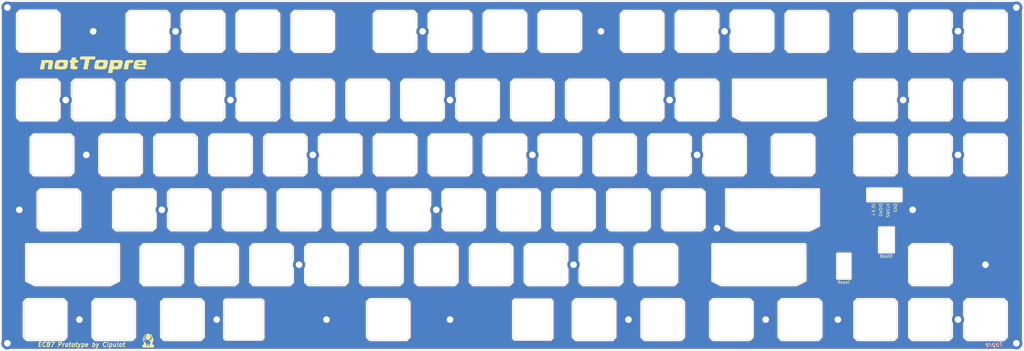
<source format=kicad_pcb>
(kicad_pcb (version 20211014) (generator pcbnew)
  (title_block (title "EC87") (date "2022-03-30") (rev "1") (company "Cipulot's PCB Design") (comment 2 "Cipulot"))
  (layers (0 "F.Cu" signal) (31 "B.Cu" signal) (34 "B.Paste" user) (35 "F.Paste" user) (36 "B.SilkS" user "B.Silkscreen") (37 "F.SilkS" user "F.Silkscreen") (38 "B.Mask" user) (39 "F.Mask" user) (44 "Edge.Cuts" user))
  (net 0 "")
  (net 1 "GND")
  (footprint "cipulot_parts:plate_cut_ecs_pad" (layer "F.Cu") (at 276.83 117.55 180))
  (footprint "cipulot_parts:plate_cut_ecs_pad" (layer "F.Cu") (at 267.33 136.55))
  (footprint "cipulot_parts:plate_cut_ecs_pad" (layer "F.Cu") (at 105.83 117.55 180))
  (footprint "" (layer "F.Cu") (at 351.45 155.5575))
  (footprint "cipulot_parts:plate_cut_ecs_pad" (layer "F.Cu") (at 276.83 93.8))
  (footprint "" (layer "F.Cu") (at 267.33 117.55))
  (footprint "cipulot_parts:plate_cut_ecs_pad" (layer "F.Cu") (at 167.58 174.55))
  (footprint "cipulot_parts:plate_cut_ecs_pad" (layer "F.Cu") (at 200.83 117.55 180))
  (footprint "cipulot_parts:plate_cut_ecs_pad" (layer "F.Cu") (at 264.955 193.55 180))
  (footprint "cipulot_parts:plate_cut_ecs_pad" (layer "F.Cu") (at 172.33 93.8))
  (footprint "cipulot_parts:plate_cut_ecs_pad" (layer "F.Cu") (at 91.58 174.55))
  (footprint "cipulot_parts:plate_cut_ecs_pad" (layer "F.Cu") (at 101.08 155.55))
  (footprint "cipulot_parts:plate_cut_ecs_pad" (layer "F.Cu") (at 148.58 174.55))
  (footprint "cipulot_parts:plate_cut_ecs_pad" (layer "F.Cu") (at 129.58 174.55))
  (footprint "" (layer "F.Cu") (at 276.83 136.55))
  (footprint "cipulot_parts:plate_cut_ecs_pad" (layer "F.Cu") (at 48.83 93.7375))
  (footprint "cipulot_parts:plate_cut_wide_ecs_pad" (layer "F.Cu") (at 60.705 174.55))
  (footprint "cipulot_parts:plate_cut_ecs_pad" (layer "F.Cu") (at 310.08 136.55 180))
  (footprint "kbd:M2_Hole_TH" (layer "F.Cu") (at 63.08 193.55))
  (footprint "cipulot_parts:plate_cut_ecs_pad" (layer "F.Cu") (at 357.6425 193.55 180))
  (footprint "LOGO" (layer "F.Cu") (at 67.83 105.33))
  (footprint "kbd:M2_Hole_TH" (layer "F.Cu") (at 58.33 117.55))
  (footprint "" (layer "F.Cu") (at 186.58 155.55))
  (footprint "cipulot_parts:plate_cut_ecs_pad" (layer "F.Cu") (at 357.6425 93.7375))
  (footprint "cipulot_parts:plate_cut_ecs_pad" (layer "F.Cu") (at 257.83 117.55 180))
  (footprint "cipulot_parts:plate_cut_ecs_pad" (layer "F.Cu") (at 257.83 93.8))
  (footprint "cipulot_parts:plate_cut_ecs_pad" (layer "F.Cu") (at 177.08 155.55))
  (footprint "cipulot_parts:plate_cut_ecs_pad" (layer "F.Cu") (at 314.83 93.8))
  (footprint "cipulot_parts:plate_cut_ecs_pad" (layer "F.Cu") (at 253.08 155.55))
  (footprint "cipulot_parts:plate_cut_ecs_pad" (layer "F.Cu") (at 272.08 155.55))
  (footprint "cipulot_parts:plate_cut_ecs_pad" (layer "F.Cu") (at 124.83 117.55 180))
  (footprint "cipulot_parts:plate_cut_ecs_pad" (layer "F.Cu") (at 238.83 117.55 180))
  (footprint "" (layer "F.Cu") (at 286.33 93.8))
  (footprint "cipulot_parts:plate_cut_ecs_pad" (layer "F.Cu") (at 229.33 136.55))
  (footprint "kbd:M2_Hole_TH" (layer "F.Cu") (at 110.58 193.55))
  (footprint "cipulot_parts:plate_cut_ecs_pad" (layer "F.Cu") (at 219.83 117.55 180))
  (footprint "cipulot_parts:plate_cut_space_stab_ecs_pad" (layer "F.Cu") (at 169.955 193.55))
  (footprint "kbd:M2_Hole_TH" (layer "F.Cu") (at 191.33 193.55))
  (footprint "cipulot_parts:plate_cut_ecs_pad" (layer "F.Cu") (at 286.33 136.55))
  (footprint "cipulot_parts:plate_cut_ecs_pad" (layer "F.Cu") (at 243.58 174.55))
  (footprint "cipulot_parts:plate_cut_wide_ecs_pad" (layer "F.Cu") (at 298.205 174.55))
  (footprint "cipulot_parts:plate_cut_ecs_pad" (layer "F.Cu") (at 196.08 155.55))
  (footprint "cipulot_parts:plate_cut_ecs_pad" (layer "F.Cu") (at 53.58 136.55))
  (footprint "cipulot_parts:plate_cut_ecs_pad" (layer "F.Cu") (at 210.33 136.55))
  (footprint "cipulot_parts:plate_cut_ecs_pad" (layer "F.Cu") (at 186.58 174.55))
  (footprint "" (layer "F.Cu") (at 219.83 136.55))
  (footprint "kbd:M2_Hole_TH" (layer "F.Cu") (at 65.455 136.55))
  (footprint "cipulot_parts:plate_cut_ecs_pad" (layer "F.Cu") (at 312.455 193.55))
  (footprint "" (layer "F.Cu") (at 367.1425 136.55))
  (footprint "cipulot_parts:plate_cut_ecs_pad" (layer "F.Cu") (at 181.83 117.55 180))
  (footprint "cipulot_parts:plate_cut_ecs_pad" (layer "F.Cu") (at 248.33 136.55))
  (footprint "" (layer "F.Cu") (at 115.33 117.55))
  (footprint "cipulot_parts:plate_cut_ecs_pad" (layer "F.Cu") (at 124.83 93.7375))
  (footprint "cipulot_parts:plate_cut_ecs_pad" (layer "F.Cu") (at 143.83 117.55 180))
  (footprint "cipulot_parts:plate_cut_ecs_pad" (layer "F.Cu") (at 134.33 136.55))
  (footprint "cipulot_parts:plate_cut_ecs_pad" (layer "F.Cu") (at 357.6425 117.55 180))
  (footprint "cipulot_parts:plate_cut_ecs_pad" (layer "F.Cu") (at 55.955 155.55))
  (footprint "" (layer "F.Cu") (at 42.26 155.5575))
  (footprint "cipulot_parts:plate_cut_ecs_pad" (layer "F.Cu") (at 172.33 136.55))
  (footprint "" (layer "F.Cu") (at 325.54875 193.55))
  (footprint "cipulot_parts:plate_cut_ecs_pad" (layer "F.Cu") (at 120.08 155.55))
  (footprint "" (layer "F.Cu") (at 234.08 174.55))
  (footprint "cipulot_parts:plate_cut_wide_ecs_pad" (layer "F.Cu") (at 305.33 117.55))
  (footprint "" (layer "F.Cu") (at 387.33 85.5475))
  (footprint "" (layer "F.Cu") (at 38.14 85.5475))
  (footprint "kbd:M2_Hole_TH" (layer "F.Cu") (at 243.58 93.8))
  (footprint "cipulot_parts:plate_cut_ecs_pad" (layer "F.Cu") (at 82.08 155.55))
  (footprint "cipulot_parts:plate_cut_ecs_pad" (layer "F.Cu") (at 191.33 93.8))
  (footprint "cipulot_parts:plate_cut_ecs_pad" (layer "F.Cu") (at 86.83 93.8))
  (footprint "cipulot_parts:plate_cut_ecs_pad" (layer "F.Cu") (at 51.205 193.55))
  (footprint "cipulot_parts:plate_cut_ecs_pad" (layer "F.Cu") (at 96.33 136.55))
  (footprint "cipulot_parts:plate_cut_ecs_pad" (layer "F.Cu") (at 105.83 93.8))
  (footprint "" (layer "F.Cu") (at 348.1425 117.55))
  (footprint "cipulot_parts:plate_cut_ecs_pad" (layer "F.Cu") (at 234.08 155.55))
  (footprint "cipulot_parts:plate_cut_ecs_pad" (layer "F.Cu") (at 98.705 193.55 180))
  (footprint "cipulot_parts:plate_cut_ecs_pad" (layer "F.Cu") (at 86.83 117.55 180))
  (footprint "" (layer "F.Cu") (at 367.1425 193.55))
  (footprint "cipulot_parts:plate_cut_ecs_pad" (layer "F.Cu") (at 229.33 93.8))
  (footprint "cipulot_parts:plate_cut_ecs_pad" (layer "F.Cu") (at 110.58 174.55))
  (footprint "" (layer "F.Cu") (at 96.33 93.8))
  (footprint "cipulot_parts:plate_cut_ecs_pad" (layer "F.Cu") (at 115.33 136.55))
  (footprint "cipulot_parts:plate_cut_ecs_pad" (layer "F.Cu") (at 338.6425 193.55 180))
  (footprint "cipulot_parts:plate_cut_ecs_pad" (layer "F.Cu") (at 295.83 93.7375))
  (footprint "cipulot_parts:plate_cut_ecs_pad" (layer "F.Cu") (at 153.33 136.55))
  (footprint "cipulot_parts:plate_cut_ecs_pad" (layer "F.Cu") (at 48.83 117.55))
  (footprint "cipulot_parts:plate_cut_ecs_pad" (layer "F.Cu") (at 162.83 117.55 180))
  (footprint "cipulot_parts:plate_cut_ecs_pad" (layer "F.Cu") (at 143.83 93.8))
  (footprint "cipulot_parts:plate_cut_ecs_pad" (layer "F.Cu") (at 376.6425 93.7375))
  (footprint "cipulot_parts:plate_cut_ecs_pad" (layer "F.Cu") (at 77.33 136.55))
  (footprint "" (layer "F.Cu") (at 38.14 201.7375))
  (footprint "cipulot_parts:plate_cut_ecs_pad" (layer "F.Cu") (at 357.6425 136.55))
  (footprint "cipulot_parts:plate_cut_ecs_pad" (layer "F.Cu") (at 338.6425 136.55 180))
  (footprint "cipulot_parts:plate_cut_wide_ecs_pad" (layer "F.Cu") (at 302.955 155.55))
  (footprint "cipulot_parts:plate_cut_ecs_pad" (layer "F.Cu") (at 158.08 155.55))
  (footprint "cipulot_parts:plate_cut_ecs_pad" (layer "F.Cu") (at 262.58 174.55))
  (footprint "" (layer "F.Cu") (at 253.08 193.55))
  (footprint "cipulot_parts:plate_cut_ecs_pad" (layer "F.Cu") (at 67.83 117.55 180))
  (footprint "" (layer "F.Cu") (at 91.58 155.55))
  (footprint "kbd:M2_Hole_TH" (layer "F.Cu") (at 148.58 193.55))
  (footprint "cipulot_parts:plate_cut_ecs_pad" (layer "F.Cu") (at 357.6425 174.55))
  (footprint "" (layer "F.Cu") (at 300.58 193.55))
  (footprint "cipulot_parts:plate_cut_ecs_pad" (layer "F.Cu") (at 215.08 155.55))
  (footprint "" (layer "F.Cu") (at 387.33 201.7375))
  (footprint "cipulot_parts:plate_cut_ecs_pad" (layer "F.Cu") (at 338.6425 117.55 180))
  (footprint "cipulot_parts:plate_cut_ecs_pad" (layer "F.Cu") (at 139.08 155.55))
  (footprint "cipulot_parts:plate_cut_ecs_pad" (layer "F.Cu") (at 338.6425 93.7375))
  (footprint "cipulot_parts:plate_cut_ecs_pad" (layer "F.Cu") (at 169.955 193.55))
  (footprint "cipulot_parts:plate_cut_ecs_pad" (layer "F.Cu") (at 376.6425 136.55 180))
  (footprint "cipulot_parts:plate_cut_ecs_pad" (layer "F.Cu") (at 191.33 136.55))
  (footprint "cipulot_parts:plate_cut_ecs_pad" (layer "F.Cu") (at 376.6425 117.55))
  (footprint "" (layer "F.Cu") (at 367.1425 93.7375))
  (footprint "cipulot_parts:plate_cut_ecs_pad" (layer "F.Cu") (at 376.6425 193.55))
  (footprint "kbd:M2_Hole_TH" (layer "F.Cu") (at 139.08 174.55))
  (footprint "cipulot_parts:IronMan_small" (layer "F.Cu") (at 86.847974 200.775212))
  (footprint "cipulot_parts:plate_cut_ecs_pad" (layer "F.Cu") (at 288.705 193.55))
  (footprint "" (layer "F.Cu") (at 376.6425 174.55))
  (footprint "" (layer "F.Cu") (at 191.33 117.55))
  (footprint "cipulot_parts:plate_cut_ecs_pad" (layer "F.Cu") (at 205.58 174.55))
  (footprint "kbd:M2_Hole_TH" (layer "F.Cu") (at 181.83 93.8))
  (footprint "cipulot_parts:plate_cut_ecs_pad" (layer "F.Cu") (at 241.205 193.55 180))
  (footprint "" (layer "F.Cu") (at 143.83 136.55))
  (footprint "cipulot_parts:plate_cut_ecs_pad" (layer "F.Cu") (at 74.955 193.55 180))
  (footprint "" (layer "F.Cu") (at 283.73 161.9275))
  (footprint "cipulot_parts:plate_cut_ecs_pad" (layer "F.Cu") (at 210.33 93.7375))
  (footprint "cipulot_parts:plate_cut_ecs_pad" (layer "F.Cu") (at 224.58 174.55))
  (footprint "" (layer "F.Cu") (at 67.83 93.8 90))
  (gr_line (start 37.73625 83.14375) (end 332.33625 83.143749) (layer "Edge.Cuts") (width 0.1))
  (gr_arc (start 35.73625 85.14375) (mid 36.322036 83.729536) (end 37.73625 83.14375) (layer "Edge.Cuts") (width 0.1))
  (gr_arc (start 387.736251 83.143749) (mid 389.150465 83.729535) (end 389.736251 85.143749) (layer "Edge.Cuts") (width 0.1))
  (gr_line (start 389.736251 109.14375) (end 389.736251 202.143749) (layer "Edge.Cuts") (width 0.1))
  (gr_arc (start 389.736251 202.143749) (mid 389.150465 203.557963) (end 387.736251 204.143749) (layer "Edge.Cuts") (width 0.1))
  (gr_line (start 35.736251 202.143749) (end 35.736249 109.14375) (layer "Edge.Cuts") (width 0.1))
  (gr_rect (start 325.44 179.3) (end 329.87 170.82) (layer "Edge.Cuts") (width 0.1) (fill none))
  (gr_line (start 332.33625 83.143749) (end 387.736251 83.143749) (layer "Edge.Cuts") (width 0.1))
  (gr_arc (start 37.736251 204.143749) (mid 36.322037 203.557963) (end 35.736251 202.143749) (layer "Edge.Cuts") (width 0.1))
  (gr_line (start 389.736251 109.14375) (end 389.736251 85.143749) (layer "Edge.Cuts") (width 0.1))
  (gr_line (start 387.736251 204.143749) (end 37.736251 204.143749) (layer "Edge.Cuts") (width 0.1))
  (gr_rect (start 339.89 170.2) (end 344.88 161.74) (layer "Edge.Cuts") (width 0.1) (fill none))
  (gr_rect (start 335.83 148.26) (end 347.51 152.49) (layer "Edge.Cuts") (width 0.1) (fill none))
  (gr_line (start 35.736249 109.14375) (end 35.73625 85.14375) (layer "Edge.Cuts") (width 0.1))
  (gr_text "Topre" (at 379.67 202.18) (layer "B.SilkS") (effects (font (size 1.5 1.5) (thickness 0.3) italic) (justify mirror)))
  (gr_text "SWDIO\n" (at 340.41 153.21 90) (layer "F.SilkS") (effects (font (size 1 1)) (justify right)))
  (gr_text "+3.3V\n\n" (at 338.73 153.22 90) (layer "F.SilkS") (effects (font (size 1 1)) (justify right)))
  (gr_text "Reset\n" (at 327.57 180.63) (layer "F.SilkS") (effects (font (size 1 1))))
  (gr_text "Boot0" (at 342.31 171.62) (layer "F.SilkS") (effects (font (size 1 1))))
  (gr_text "SWCLK\n" (at 342.95 153.22 90) (layer "F.SilkS") (effects (font (size 1 1)) (justify right)))
  (gr_text "EC87 Prototype by Cipulot" (at 63.78 202.21) (layer "F.SilkS") (effects (font (size 1.5 1.5) (thickness 0.3) italic)))
  (gr_text "GND\n" (at 345.48 153.22 90) (layer "F.SilkS") (effects (font (size 1 1)) (justify right)))
  (zone (net 1) (net_name "GND") (layers F&B.Cu) (connect_pads yes (clearance 0.508)) (min_thickness 0.254) (fill yes (thermal_gap 0.508) (thermal_bridge_width 0.508))
    (polygon (pts (xy 35.58 82.94) (xy 389.99 82.94) (xy 389.99 204.41) (xy 35.58 204.41)))
  )
)
</source>
